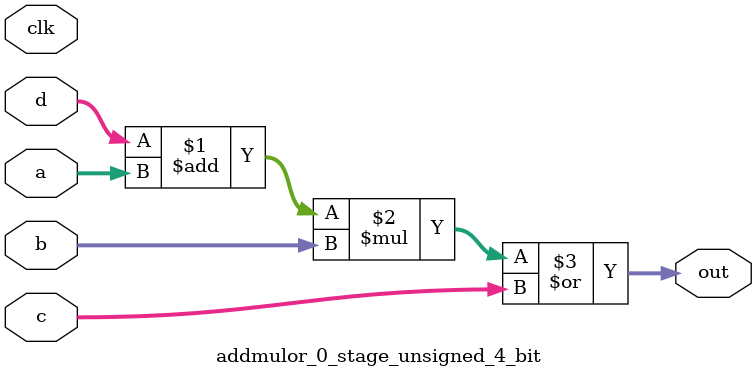
<source format=sv>
(* use_dsp = "yes" *) module addmulor_0_stage_unsigned_4_bit(
	input  [3:0] a,
	input  [3:0] b,
	input  [3:0] c,
	input  [3:0] d,
	output [3:0] out,
	input clk);

	assign out = ((d + a) * b) | c;
endmodule

</source>
